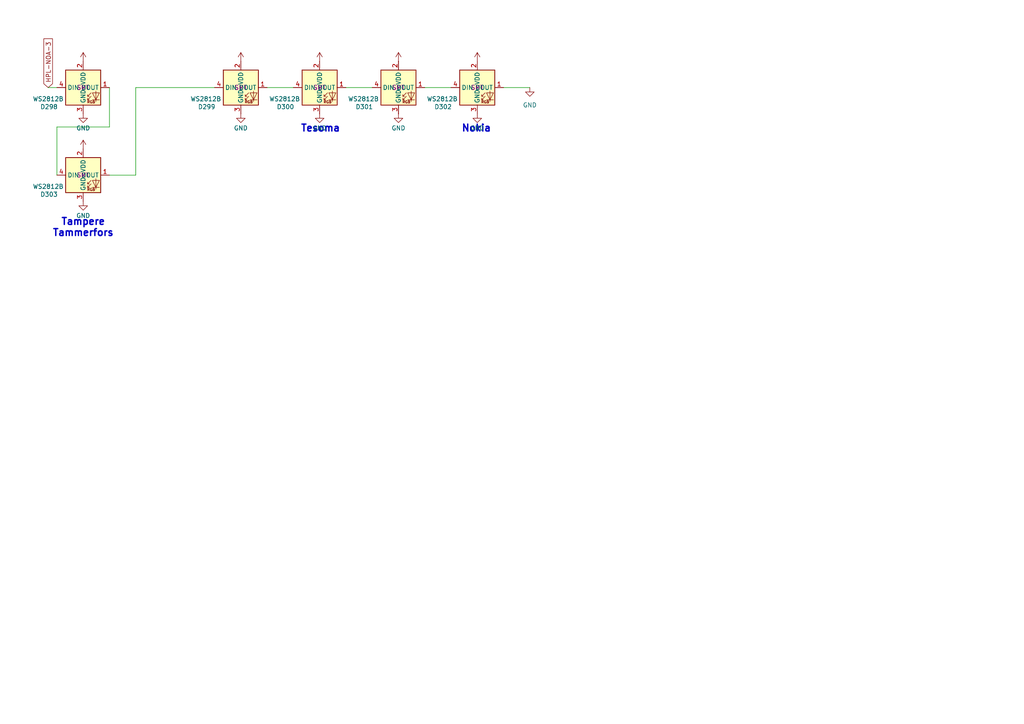
<source format=kicad_sch>
(kicad_sch (version 20250114) (generator "eeschema") (generator_version "9.0")
  (paper "A4")
  (title_block (date "2025-07-19") (rev "1"))
  (lib_symbols
    (symbol "PCM_JLCPCB-Extended:LED, WS2812B, 1615"
      (property "Reference" "D" (at 1.778 6.604 0))
      (property "Value" "WS2812B" (at 5.334 -6.35 0))
      (symbol "LED, WS2812B, 1615_0_0"
        (text "RGB" (at 2.286 -4.191 0) (effects (font (size 0.762 0.762))))
      )
      (symbol "LED, WS2812B, 1615_0_1"
        (rectangle (start -5.08 5.08) (end 5.08 -5.08) (stroke (width 0.254)) (fill (type background)))
        (polyline (pts (xy 1.27 -2.54) (xy 1.778 -2.54)))
        (polyline (pts (xy 1.27 -3.556) (xy 1.778 -3.556)))
        (polyline (pts (xy 2.286 -1.524) (xy 1.27 -2.54) (xy 1.27 -2.032)))
        (polyline (pts (xy 2.286 -2.54) (xy 1.27 -3.556) (xy 1.27 -3.048)))
        (polyline (pts (xy 3.683 -1.016) (xy 3.683 -3.556) (xy 3.683 -4.064)))
        (polyline (pts (xy 4.699 -1.524) (xy 2.667 -1.524) (xy 3.683 -3.556) (xy 4.699 -1.524)))
        (polyline (pts (xy 4.699 -3.556) (xy 2.667 -3.556)))
      )
      (symbol "LED, WS2812B, 1615_1_1"
        (pin input line (at -7.62 0 0) (length 2.54) (name "DIN") (number "4"))
        (pin power_in line (at 0 7.62 270) (length 2.54) (name "VDD") (number "2"))
        (pin power_in line (at 0 -7.62 90) (length 2.54) (name "GND") (number "3"))
        (pin output line (at 7.62 0 180) (length 2.54) (name "DOUT") (number "1"))
      )
    )
    (symbol "power:+5V" (power) (pin_numbers (hide yes)) (pin_names (offset 0) (hide yes))
      (property "Value" "+5V" (at 0 3.556 0))
      (symbol "+5V_0_1"
        (polyline (pts (xy -0.762 1.27) (xy 0 2.54)))
        (polyline (pts (xy 0 2.54) (xy 0.762 1.27)))
        (polyline (pts (xy 0 0) (xy 0 2.54)))
      )
      (symbol "+5V_1_1"
        (pin power_in line (at 0 0 90) (length 0) (name "~") (number "1"))
      )
    )
    (symbol "power:GND" (power) (pin_numbers (hide yes)) (pin_names (offset 0) (hide yes))
      (property "Value" "GND" (at 0 -3.81 0))
      (symbol "GND_0_1"
        (polyline (pts (xy 0 0) (xy 0 -1.27) (xy 1.27 -1.27) (xy 0 -2.54) (xy -1.27 -1.27) (xy 0 -1.27)))
      )
      (symbol "GND_1_1"
        (pin power_in line (at 0 0 270) (length 0) (name "~") (number "1"))
      )
    )
  )
  (text "Tesoma" (at 92.964 37.338 0) (effects (font (size 2 2) (thickness 0.4) (bold yes))))
  (text "Nokia" (at 138.176 37.338 0) (effects (font (size 2 2) (thickness 0.4) (bold yes))))
  (text "Tampere\nTammerfors" (at 24.13 66.04 0) (effects (font (size 2 2) (thickness 0.4) (bold yes))))
  (wire (pts (xy 31.75 36.83) (xy 16.51 36.83)))
  (wire (pts (xy 39.37 25.4) (xy 62.23 25.4)))
  (wire (pts (xy 13.97 25.4) (xy 16.51 25.4)))
  (wire (pts (xy 31.75 25.4) (xy 31.75 36.83)))
  (wire (pts (xy 107.95 25.4) (xy 100.33 25.4)))
  (wire (pts (xy 39.37 50.8) (xy 31.75 50.8)))
  (wire (pts (xy 39.37 50.8) (xy 39.37 25.4)))
  (wire (pts (xy 16.51 36.83) (xy 16.51 50.8)))
  (wire (pts (xy 146.05 25.4) (xy 153.67 25.4)))
  (wire (pts (xy 123.19 25.4) (xy 130.81 25.4)))
  (wire (pts (xy 77.47 25.4) (xy 85.09 25.4)))
  (global_label "HPL-NOA-3" (shape input) (at 13.97 25.4 90) (property "Intersheetrefs" "${INTERSHEET_REFS}" (effects (hide yes))))
  (symbol (lib_id "power:+5V") (at 115.57 17.78 0) (unit 1)
    (property "Reference" "#PWR0670" (effects (hide yes)))
    (property "Value" "+5V" (effects (hide yes)))
    (property "Description" "Power symbol creates a global label with name \"+5V\"" (effects (hide yes)))
  )
  (symbol (lib_id "power:+5V") (at 24.13 43.18 0) (unit 1)
    (property "Reference" "#PWR0678" (effects (hide yes)))
    (property "Value" "+5V" (effects (hide yes)))
    (property "Description" "Power symbol creates a global label with name \"+5V\"" (effects (hide yes)))
  )
  (symbol (lib_id "PCM_JLCPCB-Extended:LED, WS2812B, 1615") (at 138.43 25.4 0) (unit 1)
    (property "Reference" "D302" (at 128.524 30.988 0))
    (property "Value" "WS2812B" (at 128.27 28.702 0))
    (property "Footprint" "PCM_JLCPCB:LED-SMD_4P-L1.6-W1.5_XL-1615RGBC-WS2812B" (effects (hide yes)))
    (property "Datasheet" "https://atta.szlcsc.com/upload/public/pdf/source/20230111/5AD58278EBED6B6650A81C53A19BF314.pdf" (effects (hide yes)))
    (property "Description" "1615 RGB LEDs(Built-in IC) ROHS" (effects (hide yes)))
    (property "LCSC" "C5349954" (effects (hide yes)))
    (property "Part" "XL-1615RGBC-WS2812B" (effects (hide yes)))
    (property "Manufacturer" "XINGLIGHT" (effects (hide yes)))
    (property "Process" "SMT" (at 138.43 25.4 0))
  )
  (symbol (lib_id "power:GND") (at 115.57 33.02 0) (unit 1)
    (property "Reference" "#PWR0676" (effects (hide yes)))
    (property "Value" "GND" (at 115.57 37.1531 0))
    (property "Description" "Power symbol creates a global label with name \"GND\" , ground" (effects (hide yes)))
  )
  (symbol (lib_id "power:GND") (at 138.43 33.02 0) (unit 1)
    (property "Reference" "#PWR0677" (effects (hide yes)))
    (property "Value" "GND" (at 138.43 37.1531 0))
    (property "Description" "Power symbol creates a global label with name \"GND\" , ground" (effects (hide yes)))
  )
  (symbol (lib_id "power:GND") (at 24.13 33.02 0) (unit 1)
    (property "Reference" "#PWR0673" (effects (hide yes)))
    (property "Value" "GND" (at 24.13 37.1531 0))
    (property "Description" "Power symbol creates a global label with name \"GND\" , ground" (effects (hide yes)))
  )
  (symbol (lib_id "power:GND") (at 24.13 58.42 0) (unit 1)
    (property "Reference" "#PWR0679" (effects (hide yes)))
    (property "Value" "GND" (at 24.13 62.5531 0))
    (property "Description" "Power symbol creates a global label with name \"GND\" , ground" (effects (hide yes)))
  )
  (symbol (lib_id "PCM_JLCPCB-Extended:LED, WS2812B, 1615") (at 92.71 25.4 0) (unit 1)
    (property "Reference" "D300" (at 82.804 30.988 0))
    (property "Value" "WS2812B" (at 82.55 28.702 0))
    (property "Footprint" "PCM_JLCPCB:LED-SMD_4P-L1.6-W1.5_XL-1615RGBC-WS2812B" (effects (hide yes)))
    (property "Datasheet" "https://atta.szlcsc.com/upload/public/pdf/source/20230111/5AD58278EBED6B6650A81C53A19BF314.pdf" (effects (hide yes)))
    (property "Description" "1615 RGB LEDs(Built-in IC) ROHS" (effects (hide yes)))
    (property "LCSC" "C5349954" (effects (hide yes)))
    (property "Part" "XL-1615RGBC-WS2812B" (effects (hide yes)))
    (property "Manufacturer" "XINGLIGHT" (effects (hide yes)))
    (property "Process" "SMT" (at 92.71 25.4 0))
  )
  (symbol (lib_id "power:GND") (at 69.85 33.02 0) (unit 1)
    (property "Reference" "#PWR0674" (effects (hide yes)))
    (property "Value" "GND" (at 69.85 37.1531 0))
    (property "Description" "Power symbol creates a global label with name \"GND\" , ground" (effects (hide yes)))
  )
  (symbol (lib_id "power:+5V") (at 24.13 17.78 0) (unit 1)
    (property "Reference" "#PWR0667" (effects (hide yes)))
    (property "Value" "+5V" (effects (hide yes)))
    (property "Description" "Power symbol creates a global label with name \"+5V\"" (effects (hide yes)))
  )
  (symbol (lib_id "power:+5V") (at 138.43 17.78 0) (unit 1)
    (property "Reference" "#PWR0671" (effects (hide yes)))
    (property "Value" "+5V" (effects (hide yes)))
    (property "Description" "Power symbol creates a global label with name \"+5V\"" (effects (hide yes)))
  )
  (symbol (lib_id "power:+5V") (at 92.71 17.78 0) (unit 1)
    (property "Reference" "#PWR0669" (effects (hide yes)))
    (property "Value" "+5V" (effects (hide yes)))
    (property "Description" "Power symbol creates a global label with name \"+5V\"" (effects (hide yes)))
  )
  (symbol (lib_id "PCM_JLCPCB-Extended:LED, WS2812B, 1615") (at 115.57 25.4 0) (unit 1)
    (property "Reference" "D301" (at 105.664 30.988 0))
    (property "Value" "WS2812B" (at 105.41 28.702 0))
    (property "Footprint" "PCM_JLCPCB:LED-SMD_4P-L1.6-W1.5_XL-1615RGBC-WS2812B" (effects (hide yes)))
    (property "Datasheet" "https://atta.szlcsc.com/upload/public/pdf/source/20230111/5AD58278EBED6B6650A81C53A19BF314.pdf" (effects (hide yes)))
    (property "Description" "1615 RGB LEDs(Built-in IC) ROHS" (effects (hide yes)))
    (property "LCSC" "C5349954" (effects (hide yes)))
    (property "Part" "XL-1615RGBC-WS2812B" (effects (hide yes)))
    (property "Manufacturer" "XINGLIGHT" (effects (hide yes)))
    (property "Process" "SMT" (at 115.57 25.4 0))
  )
  (symbol (lib_id "PCM_JLCPCB-Extended:LED, WS2812B, 1615") (at 69.85 25.4 0) (unit 1)
    (property "Reference" "D299" (at 59.944 30.988 0))
    (property "Value" "WS2812B" (at 59.69 28.702 0))
    (property "Footprint" "PCM_JLCPCB:LED-SMD_4P-L1.6-W1.5_XL-1615RGBC-WS2812B" (effects (hide yes)))
    (property "Datasheet" "https://atta.szlcsc.com/upload/public/pdf/source/20230111/5AD58278EBED6B6650A81C53A19BF314.pdf" (effects (hide yes)))
    (property "Description" "1615 RGB LEDs(Built-in IC) ROHS" (effects (hide yes)))
    (property "LCSC" "C5349954" (effects (hide yes)))
    (property "Part" "XL-1615RGBC-WS2812B" (effects (hide yes)))
    (property "Manufacturer" "XINGLIGHT" (effects (hide yes)))
    (property "Process" "SMT" (at 69.85 25.4 0))
  )
  (symbol (lib_id "PCM_JLCPCB-Extended:LED, WS2812B, 1615") (at 24.13 25.4 0) (unit 1)
    (property "Reference" "D298" (at 14.224 30.988 0))
    (property "Value" "WS2812B" (at 13.97 28.702 0))
    (property "Footprint" "PCM_JLCPCB:LED-SMD_4P-L1.6-W1.5_XL-1615RGBC-WS2812B" (effects (hide yes)))
    (property "Datasheet" "https://atta.szlcsc.com/upload/public/pdf/source/20230111/5AD58278EBED6B6650A81C53A19BF314.pdf" (effects (hide yes)))
    (property "Description" "1615 RGB LEDs(Built-in IC) ROHS" (effects (hide yes)))
    (property "LCSC" "C5349954" (effects (hide yes)))
    (property "Part" "XL-1615RGBC-WS2812B" (effects (hide yes)))
    (property "Manufacturer" "XINGLIGHT" (effects (hide yes)))
    (property "Process" "SMT" (at 24.13 25.4 0))
  )
  (symbol (lib_id "power:GND") (at 153.67 25.4 0) (unit 1)
    (property "Reference" "#PWR0672" (effects (hide yes)))
    (property "Value" "GND" (at 153.67 30.48 0))
    (property "Description" "Power symbol creates a global label with name \"GND\" , ground" (effects (hide yes)))
  )
  (symbol (lib_id "power:GND") (at 92.71 33.02 0) (unit 1)
    (property "Reference" "#PWR0675" (effects (hide yes)))
    (property "Value" "GND" (at 92.71 37.1531 0))
    (property "Description" "Power symbol creates a global label with name \"GND\" , ground" (effects (hide yes)))
  )
  (symbol (lib_id "PCM_JLCPCB-Extended:LED, WS2812B, 1615") (at 24.13 50.8 0) (unit 1)
    (property "Reference" "D303" (at 14.224 56.388 0))
    (property "Value" "WS2812B" (at 13.97 54.102 0))
    (property "Footprint" "PCM_JLCPCB:LED-SMD_4P-L1.6-W1.5_XL-1615RGBC-WS2812B" (effects (hide yes)))
    (property "Datasheet" "https://atta.szlcsc.com/upload/public/pdf/source/20230111/5AD58278EBED6B6650A81C53A19BF314.pdf" (effects (hide yes)))
    (property "Description" "1615 RGB LEDs(Built-in IC) ROHS" (effects (hide yes)))
    (property "LCSC" "C5349954" (effects (hide yes)))
    (property "Part" "XL-1615RGBC-WS2812B" (effects (hide yes)))
    (property "Manufacturer" "XINGLIGHT" (effects (hide yes)))
    (property "Process" "SMT" (at 24.13 50.8 0))
  )
  (symbol (lib_id "power:+5V") (at 69.85 17.78 0) (unit 1)
    (property "Reference" "#PWR0668" (effects (hide yes)))
    (property "Value" "+5V" (effects (hide yes)))
    (property "Description" "Power symbol creates a global label with name \"+5V\"" (effects (hide yes)))
  )
)
</source>
